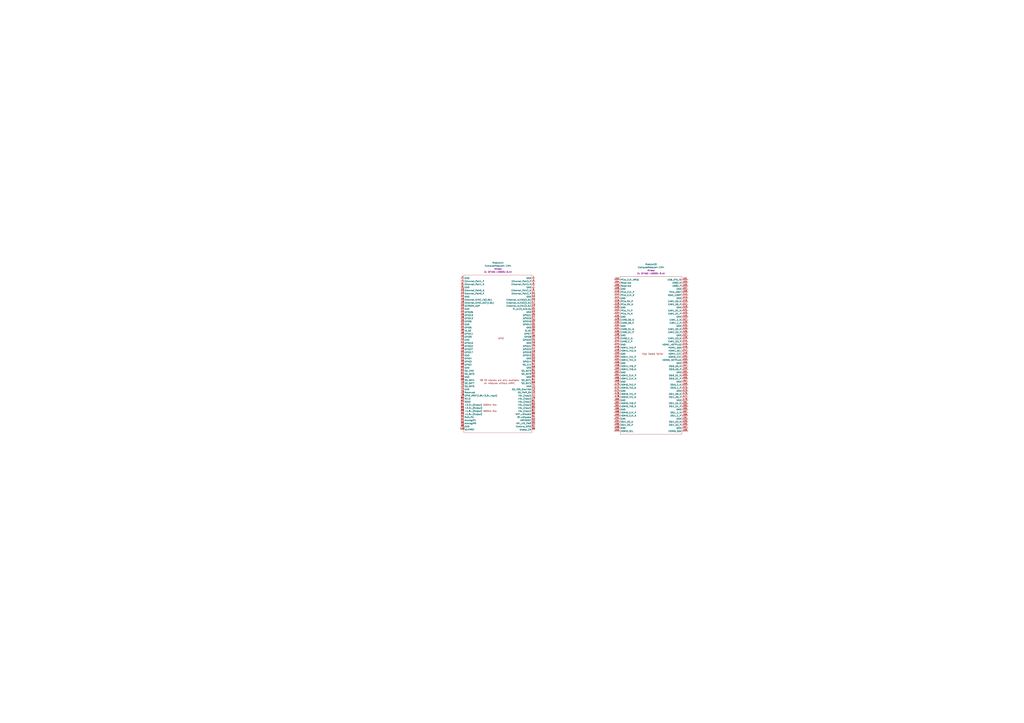
<source format=kicad_sch>
(kicad_sch (version 20230121) (generator eeschema)
  (paper "A1")
  (lib_symbols
    (symbol "CM4IO:ComputeModule4-CM4"
      (property "Reference" "Module" (at 113.03 -68.58 0))
      (property "Value" "ComputeModule4-CM4" (at 140.97 2.54 0))
      (property "Field4" "Hirose" (at 0 0 0))
      (property "Field5" "2x DF40C-100DS-0.4V" (at 0 -2.54 0))
      (symbol "ComputeModule4-CM4_1_0"
        (text "GPIO" (at 0 6.35 0) (effects (font (size 1.27 1.27))))
      )
      (symbol "ComputeModule4-CM4_1_1"
        (rectangle (start -30.48 -71.12) (end 25.4 58.42))
        (text "600mA Max" (at -8.89 -53.34 0) (effects (font (size 1.27 1.27))))
        (text "600mA Max" (at -8.89 -48.26 0) (effects (font (size 1.27 1.27))))
        (text "NB SD signals are only available" (at -1.27 -27.94 0) (effects (font (size 1.27 1.27))))
        (text "on modules without eMMC" (at -1.27 -30.48 0) (effects (font (size 1.27 1.27))))
        (pin power_in line (at 27.94 55.88 180) (length 2.54) (name "GND") (number "1"))
        (pin passive line (at -33.02 45.72 0) (length 2.54) (name "Ethernet_Pair0_N") (number "10"))
        (pin output line (at -33.02 -68.58 0) (length 2.54) (name "nEXTRST") (number "100"))
        (pin passive line (at 27.94 43.18 180) (length 2.54) (name "Ethernet_Pair2_P") (number "11"))
        (pin passive line (at -33.02 43.18 0) (length 2.54) (name "Ethernet_Pair0_P") (number "12"))
        (pin power_in line (at 27.94 40.64 180) (length 2.54) (name "GND") (number "13"))
        (pin power_in line (at -33.02 40.64 0) (length 2.54) (name "GND") (number "14"))
        (pin output line (at 27.94 38.1 180) (length 2.54) (name "Ethernet_nLED3(3.3v)") (number "15"))
        (pin input line (at -33.02 38.1 0) (length 2.54) (name "Ethernet_SYNC_IN(1.8v)") (number "16"))
        (pin output line (at 27.94 35.56 180) (length 2.54) (name "Ethernet_nLED2(3.3v)") (number "17"))
        (pin input line (at -33.02 35.56 0) (length 2.54) (name "Ethernet_SYNC_OUT(1.8v)") (number "18"))
        (pin output line (at 27.94 33.02 180) (length 2.54) (name "Ethernet_nLED1(3.3v)") (number "19"))
        (pin power_in line (at -33.02 55.88 0) (length 2.54) (name "GND") (number "2"))
        (pin passive line (at -33.02 33.02 0) (length 2.54) (name "EEPROM_nWP") (number "20"))
        (pin open_collector line (at 27.94 30.48 180) (length 2.54) (name "PI_nLED_Activity") (number "21"))
        (pin power_in line (at -33.02 30.48 0) (length 2.54) (name "GND") (number "22"))
        (pin power_in line (at 27.94 27.94 180) (length 2.54) (name "GND") (number "23"))
        (pin passive line (at -33.02 27.94 0) (length 2.54) (name "GPIO26") (number "24"))
        (pin passive line (at 27.94 25.4 180) (length 2.54) (name "GPIO21") (number "25"))
        (pin passive line (at -33.02 25.4 0) (length 2.54) (name "GPIO19") (number "26"))
        (pin passive line (at 27.94 22.86 180) (length 2.54) (name "GPIO20") (number "27"))
        (pin passive line (at -33.02 22.86 0) (length 2.54) (name "GPIO13") (number "28"))
        (pin passive line (at 27.94 20.32 180) (length 2.54) (name "GPIO16") (number "29"))
        (pin passive line (at 27.94 53.34 180) (length 2.54) (name "Ethernet_Pair3_P") (number "3"))
        (pin passive line (at -33.02 20.32 0) (length 2.54) (name "GPIO6") (number "30"))
        (pin passive line (at 27.94 17.78 180) (length 2.54) (name "GPIO12") (number "31"))
        (pin power_in line (at -33.02 17.78 0) (length 2.54) (name "GND") (number "32"))
        (pin power_in line (at 27.94 15.24 180) (length 2.54) (name "GND") (number "33"))
        (pin passive line (at -33.02 15.24 0) (length 2.54) (name "GPIO5") (number "34"))
        (pin passive line (at 27.94 12.7 180) (length 2.54) (name "ID_SC") (number "35"))
        (pin passive line (at -33.02 12.7 0) (length 2.54) (name "ID_SD") (number "36"))
        (pin passive line (at 27.94 10.16 180) (length 2.54) (name "GPIO7") (number "37"))
        (pin passive line (at -33.02 10.16 0) (length 2.54) (name "GPIO11") (number "38"))
        (pin passive line (at 27.94 7.62 180) (length 2.54) (name "GPIO8") (number "39"))
        (pin passive line (at -33.02 53.34 0) (length 2.54) (name "Ethernet_Pair1_P") (number "4"))
        (pin passive line (at -33.02 7.62 0) (length 2.54) (name "GPIO9") (number "40"))
        (pin passive line (at 27.94 5.08 180) (length 2.54) (name "GPIO25") (number "41"))
        (pin power_in line (at -33.02 5.08 0) (length 2.54) (name "GND") (number "42"))
        (pin power_in line (at 27.94 2.54 180) (length 2.54) (name "GND") (number "43"))
        (pin passive line (at -33.02 2.54 0) (length 2.54) (name "GPIO10") (number "44"))
        (pin passive line (at 27.94 0 180) (length 2.54) (name "GPIO24") (number "45"))
        (pin passive line (at -33.02 0 0) (length 2.54) (name "GPIO22") (number "46"))
        (pin passive line (at 27.94 -2.54 180) (length 2.54) (name "GPIO23") (number "47"))
        (pin passive line (at -33.02 -2.54 0) (length 2.54) (name "GPIO27") (number "48"))
        (pin passive line (at 27.94 -5.08 180) (length 2.54) (name "GPIO18") (number "49"))
        (pin passive line (at 27.94 50.8 180) (length 2.54) (name "Ethernet_Pair3_N") (number "5"))
        (pin passive line (at -33.02 -5.08 0) (length 2.54) (name "GPIO17") (number "50"))
        (pin passive line (at 27.94 -7.62 180) (length 2.54) (name "GPIO15") (number "51"))
        (pin power_in line (at -33.02 -7.62 0) (length 2.54) (name "GND") (number "52"))
        (pin power_in line (at 27.94 -10.16 180) (length 2.54) (name "GND") (number "53"))
        (pin passive line (at -33.02 -10.16 0) (length 2.54) (name "GPIO4") (number "54"))
        (pin passive line (at 27.94 -12.7 180) (length 2.54) (name "GPIO14") (number "55"))
        (pin passive line (at -33.02 -12.7 0) (length 2.54) (name "GPIO3") (number "56"))
        (pin passive line (at 27.94 -15.24 180) (length 2.54) (name "SD_CLK") (number "57"))
        (pin passive line (at -33.02 -15.24 0) (length 2.54) (name "GPIO2") (number "58"))
        (pin power_in line (at 27.94 -17.78 180) (length 2.54) (name "GND") (number "59"))
        (pin passive line (at -33.02 50.8 0) (length 2.54) (name "Ethernet_Pair1_N") (number "6"))
        (pin power_in line (at -33.02 -17.78 0) (length 2.54) (name "GND") (number "60"))
        (pin passive line (at 27.94 -20.32 180) (length 2.54) (name "SD_DAT3") (number "61"))
        (pin passive line (at -33.02 -20.32 0) (length 2.54) (name "SD_CMD") (number "62"))
        (pin passive line (at 27.94 -22.86 180) (length 2.54) (name "SD_DAT0") (number "63"))
        (pin passive line (at -33.02 -22.86 0) (length 2.54) (name "SD_DAT5") (number "64"))
        (pin power_in line (at 27.94 -25.4 180) (length 2.54) (name "GND") (number "65"))
        (pin power_in line (at -33.02 -25.4 0) (length 2.54) (name "GND") (number "66"))
        (pin passive line (at 27.94 -27.94 180) (length 2.54) (name "SD_DAT1") (number "67"))
        (pin passive line (at -33.02 -27.94 0) (length 2.54) (name "SD_DAT4") (number "68"))
        (pin passive line (at 27.94 -30.48 180) (length 2.54) (name "SD_DAT2") (number "69"))
        (pin power_in line (at 27.94 48.26 180) (length 2.54) (name "GND") (number "7"))
        (pin passive line (at -33.02 -30.48 0) (length 2.54) (name "SD_DAT7") (number "70"))
        (pin power_in line (at 27.94 -33.02 180) (length 2.54) (name "GND") (number "71"))
        (pin passive line (at -33.02 -33.02 0) (length 2.54) (name "SD_DAT6") (number "72"))
        (pin input line (at 27.94 -35.56 180) (length 2.54) (name "SD_VDD_Override") (number "73"))
        (pin power_in line (at -33.02 -35.56 0) (length 2.54) (name "GND") (number "74"))
        (pin output line (at 27.94 -38.1 180) (length 2.54) (name "SD_PWR_ON") (number "75"))
        (pin passive line (at -33.02 -38.1 0) (length 2.54) (name "Reserved") (number "76"))
        (pin power_in line (at 27.94 -40.64 180) (length 2.54) (name "+5v_(Input)") (number "77"))
        (pin power_in line (at -33.02 -40.64 0) (length 2.54) (name "GPIO_VREF(1.8v/3.3v_Input)") (number "78"))
        (pin power_in line (at 27.94 -43.18 180) (length 2.54) (name "+5v_(Input)") (number "79"))
        (pin power_in line (at -33.02 48.26 0) (length 2.54) (name "GND") (number "8"))
        (pin passive line (at -33.02 -43.18 0) (length 2.54) (name "SCL0") (number "80"))
        (pin power_in line (at 27.94 -45.72 180) (length 2.54) (name "+5v_(Input)") (number "81"))
        (pin passive line (at -33.02 -45.72 0) (length 2.54) (name "SDA0") (number "82"))
        (pin power_in line (at 27.94 -48.26 180) (length 2.54) (name "+5v_(Input)") (number "83"))
        (pin power_out line (at -33.02 -48.26 0) (length 2.54) (name "+3.3v_(Output)") (number "84"))
        (pin power_in line (at 27.94 -50.8 180) (length 2.54) (name "+5v_(Input)") (number "85"))
        (pin power_out line (at -33.02 -50.8 0) (length 2.54) (name "+3.3v_(Output)") (number "86"))
        (pin power_in line (at 27.94 -53.34 180) (length 2.54) (name "+5v_(Input)") (number "87"))
        (pin power_out line (at -33.02 -53.34 0) (length 2.54) (name "+1.8v_(Output)") (number "88"))
        (pin power_in line (at 27.94 -55.88 180) (length 2.54) (name "WiFi_nDisable") (number "89"))
        (pin passive line (at 27.94 45.72 180) (length 2.54) (name "Ethernet_Pair2_N") (number "9"))
        (pin power_out line (at -33.02 -55.88 0) (length 2.54) (name "+1.8v_(Output)") (number "90"))
        (pin power_in line (at 27.94 -58.42 180) (length 2.54) (name "BT_nDisable") (number "91"))
        (pin passive line (at -33.02 -58.42 0) (length 2.54) (name "RUN_PG") (number "92"))
        (pin input line (at 27.94 -60.96 180) (length 2.54) (name "nRPIBOOT") (number "93"))
        (pin passive line (at -33.02 -60.96 0) (length 2.54) (name "AnalogIP1") (number "94"))
        (pin output line (at 27.94 -63.5 180) (length 2.54) (name "nPI_LED_PWR") (number "95"))
        (pin passive line (at -33.02 -63.5 0) (length 2.54) (name "AnalogIP0") (number "96"))
        (pin passive line (at 27.94 -66.04 180) (length 2.54) (name "Camera_GPIO") (number "97"))
        (pin power_in line (at -33.02 -66.04 0) (length 2.54) (name "GND") (number "98"))
        (pin input line (at 27.94 -68.58 180) (length 2.54) (name "Global_EN") (number "99"))
      )
      (symbol "ComputeModule4-CM4_2_1"
        (rectangle (start 114.3 -66.04) (end 165.1 63.5))
        (text "High Speed Serial" (at 140.97 0 0) (effects (font (size 1.27 1.27))))
        (pin input line (at 170.18 60.96 180) (length 5.08) (name "USB_OTG_ID") (number "101"))
        (pin input line (at 109.22 60.96 0) (length 5.08) (name "PCIe_CLK_nREQ") (number "102"))
        (pin passive line (at 170.18 58.42 180) (length 5.08) (name "USB2_N") (number "103"))
        (pin passive line (at 109.22 58.42 0) (length 5.08) (name "Reserved") (number "104"))
        (pin passive line (at 170.18 55.88 180) (length 5.08) (name "USB2_P") (number "105"))
        (pin passive line (at 109.22 55.88 0) (length 5.08) (name "Reserved") (number "106"))
        (pin power_in line (at 170.18 53.34 180) (length 5.08) (name "GND") (number "107"))
        (pin power_in line (at 109.22 53.34 0) (length 5.08) (name "GND") (number "108"))
        (pin bidirectional line (at 170.18 50.8 180) (length 5.08) (name "PCIe_nRST") (number "109"))
        (pin output line (at 109.22 50.8 0) (length 5.08) (name "PCIe_CLK_P") (number "110"))
        (pin passive line (at 170.18 48.26 180) (length 5.08) (name "VDAC_COMP") (number "111"))
        (pin output line (at 109.22 48.26 0) (length 5.08) (name "PCIe_CLK_N") (number "112"))
        (pin power_in line (at 170.18 45.72 180) (length 5.08) (name "GND") (number "113"))
        (pin power_in line (at 109.22 45.72 0) (length 5.08) (name "GND") (number "114"))
        (pin input line (at 170.18 43.18 180) (length 5.08) (name "CAM1_D0_N") (number "115"))
        (pin input line (at 109.22 43.18 0) (length 5.08) (name "PCIe_RX_P") (number "116"))
        (pin input line (at 170.18 40.64 180) (length 5.08) (name "CAM1_D0_P") (number "117"))
        (pin input line (at 109.22 40.64 0) (length 5.08) (name "PCIe_RX_N") (number "118"))
        (pin power_in line (at 170.18 38.1 180) (length 5.08) (name "GND") (number "119"))
        (pin power_in line (at 109.22 38.1 0) (length 5.08) (name "GND") (number "120"))
        (pin input line (at 170.18 35.56 180) (length 5.08) (name "CAM1_D1_N") (number "121"))
        (pin output line (at 109.22 35.56 0) (length 5.08) (name "PCIe_TX_P") (number "122"))
        (pin input line (at 170.18 33.02 180) (length 5.08) (name "CAM1_D1_P") (number "123"))
        (pin output line (at 109.22 33.02 0) (length 5.08) (name "PCIe_TX_N") (number "124"))
        (pin power_in line (at 170.18 30.48 180) (length 5.08) (name "GND") (number "125"))
        (pin power_in line (at 109.22 30.48 0) (length 5.08) (name "GND") (number "126"))
        (pin input line (at 170.18 27.94 180) (length 5.08) (name "CAM1_C_N") (number "127"))
        (pin input line (at 109.22 27.94 0) (length 5.08) (name "CAM0_D0_N") (number "128"))
        (pin input line (at 170.18 25.4 180) (length 5.08) (name "CAM1_C_P") (number "129"))
        (pin input line (at 109.22 25.4 0) (length 5.08) (name "CAM0_D0_P") (number "130"))
        (pin power_in line (at 170.18 22.86 180) (length 5.08) (name "GND") (number "131"))
        (pin power_in line (at 109.22 22.86 0) (length 5.08) (name "GND") (number "132"))
        (pin input line (at 170.18 20.32 180) (length 5.08) (name "CAM1_D2_N") (number "133"))
        (pin input line (at 109.22 20.32 0) (length 5.08) (name "CAM0_D1_N") (number "134"))
        (pin input line (at 170.18 17.78 180) (length 5.08) (name "CAM1_D2_P") (number "135"))
        (pin input line (at 109.22 17.78 0) (length 5.08) (name "CAM0_D1_P") (number "136"))
        (pin power_in line (at 170.18 15.24 180) (length 5.08) (name "GND") (number "137"))
        (pin power_in line (at 109.22 15.24 0) (length 5.08) (name "GND") (number "138"))
        (pin input line (at 170.18 12.7 180) (length 5.08) (name "CAM1_D3_N") (number "139"))
        (pin input line (at 109.22 12.7 0) (length 5.08) (name "CAM0_C_N") (number "140"))
        (pin input line (at 170.18 10.16 180) (length 5.08) (name "CAM1_D3_P") (number "141"))
        (pin input line (at 109.22 10.16 0) (length 5.08) (name "CAM0_C_P") (number "142"))
        (pin input line (at 170.18 7.62 180) (length 5.08) (name "HDMI1_HOTPLUG") (number "143"))
        (pin power_in line (at 109.22 7.62 0) (length 5.08) (name "GND") (number "144"))
        (pin bidirectional line (at 170.18 5.08 180) (length 5.08) (name "HDMI1_SDA") (number "145"))
        (pin output line (at 109.22 5.08 0) (length 5.08) (name "HDMI1_TX2_P") (number "146"))
        (pin open_collector line (at 170.18 2.54 180) (length 5.08) (name "HDMI1_SCL") (number "147"))
        (pin output line (at 109.22 2.54 0) (length 5.08) (name "HDMI1_TX2_N") (number "148"))
        (pin open_collector line (at 170.18 0 180) (length 5.08) (name "HDMI1_CEC") (number "149"))
        (pin power_in line (at 109.22 0 0) (length 5.08) (name "GND") (number "150"))
        (pin open_collector line (at 170.18 -2.54 180) (length 5.08) (name "HDMI0_CEC") (number "151"))
        (pin output line (at 109.22 -2.54 0) (length 5.08) (name "HDMI1_TX1_P") (number "152"))
        (pin input line (at 170.18 -5.08 180) (length 5.08) (name "HDMI0_HOTPLUG") (number "153"))
        (pin output line (at 109.22 -5.08 0) (length 5.08) (name "HDMI1_TX1_N") (number "154"))
        (pin power_in line (at 170.18 -7.62 180) (length 5.08) (name "GND") (number "155"))
        (pin power_in line (at 109.22 -7.62 0) (length 5.08) (name "GND") (number "156"))
        (pin output line (at 170.18 -10.16 180) (length 5.08) (name "DSI0_D0_N") (number "157"))
        (pin output line (at 109.22 -10.16 0) (length 5.08) (name "HDMI1_TX0_P") (number "158"))
        (pin output line (at 170.18 -12.7 180) (length 5.08) (name "DSI0_D0_P") (number "159"))
        (pin output line (at 109.22 -12.7 0) (length 5.08) (name "HDMI1_TX0_N") (number "160"))
        (pin power_in line (at 170.18 -15.24 180) (length 5.08) (name "GND") (number "161"))
        (pin power_in line (at 109.22 -15.24 0) (length 5.08) (name "GND") (number "162"))
        (pin output line (at 170.18 -17.78 180) (length 5.08) (name "DSI0_D1_N") (number "163"))
        (pin output line (at 109.22 -17.78 0) (length 5.08) (name "HDMI1_CLK_P") (number "164"))
        (pin output line (at 170.18 -20.32 180) (length 5.08) (name "DSI0_D1_P") (number "165"))
        (pin output line (at 109.22 -20.32 0) (length 5.08) (name "HDMI1_CLK_N") (number "166"))
        (pin power_in line (at 170.18 -22.86 180) (length 5.08) (name "GND") (number "167"))
        (pin power_in line (at 109.22 -22.86 0) (length 5.08) (name "GND") (number "168"))
        (pin output line (at 170.18 -25.4 180) (length 5.08) (name "DSI0_C_N") (number "169"))
        (pin output line (at 109.22 -25.4 0) (length 5.08) (name "HDMI0_TX2_P") (number "170"))
        (pin output line (at 170.18 -27.94 180) (length 5.08) (name "DSI0_C_P") (number "171"))
        (pin output line (at 109.22 -27.94 0) (length 5.08) (name "HDMI0_TX2_N") (number "172"))
        (pin power_in line (at 170.18 -30.48 180) (length 5.08) (name "GND") (number "173"))
        (pin power_in line (at 109.22 -30.48 0) (length 5.08) (name "GND") (number "174"))
        (pin output line (at 170.18 -33.02 180) (length 5.08) (name "DSI1_D0_N") (number "175"))
        (pin output line (at 109.22 -33.02 0) (length 5.08) (name "HDMI0_TX1_P") (number "176"))
        (pin output line (at 170.18 -35.56 180) (length 5.08) (name "DSI1_D0_P") (number "177"))
        (pin output line (at 109.22 -35.56 0) (length 5.08) (name "HDMI0_TX1_N") (number "178"))
        (pin power_in line (at 170.18 -38.1 180) (length 5.08) (name "GND") (number "179"))
        (pin power_in line (at 109.22 -38.1 0) (length 5.08) (name "GND") (number "180"))
        (pin output line (at 170.18 -40.64 180) (length 5.08) (name "DSI1_D1_N") (number "181"))
        (pin output line (at 109.22 -40.64 0) (length 5.08) (name "HDMI0_TX0_P") (number "182"))
        (pin output line (at 170.18 -43.18 180) (length 5.08) (name "DSI1_D1_P") (number "183"))
        (pin output line (at 109.22 -43.18 0) (length 5.08) (name "HDMI0_TX0_N") (number "184"))
        (pin power_in line (at 170.18 -45.72 180) (length 5.08) (name "GND") (number "185"))
        (pin power_in line (at 109.22 -45.72 0) (length 5.08) (name "GND") (number "186"))
        (pin output line (at 170.18 -48.26 180) (length 5.08) (name "DSI1_C_N") (number "187"))
        (pin output line (at 109.22 -48.26 0) (length 5.08) (name "HDMI0_CLK_P") (number "188"))
        (pin output line (at 170.18 -50.8 180) (length 5.08) (name "DSI1_C_P") (number "189"))
        (pin output line (at 109.22 -50.8 0) (length 5.08) (name "HDMI0_CLK_N") (number "190"))
        (pin power_in line (at 170.18 -53.34 180) (length 5.08) (name "GND") (number "191"))
        (pin power_in line (at 109.22 -53.34 0) (length 5.08) (name "GND") (number "192"))
        (pin output line (at 170.18 -55.88 180) (length 5.08) (name "DSI1_D2_N") (number "193"))
        (pin output line (at 109.22 -55.88 0) (length 5.08) (name "DSI1_D3_N") (number "194"))
        (pin output line (at 170.18 -58.42 180) (length 5.08) (name "DSI1_D2_P") (number "195"))
        (pin output line (at 109.22 -58.42 0) (length 5.08) (name "DSI1_D3_P") (number "196"))
        (pin power_in line (at 170.18 -60.96 180) (length 5.08) (name "GND") (number "197"))
        (pin power_in line (at 109.22 -60.96 0) (length 5.08) (name "GND") (number "198"))
        (pin bidirectional line (at 170.18 -63.5 180) (length 5.08) (name "HDMI0_SDA") (number "199"))
        (pin open_collector line (at 109.22 -63.5 0) (length 5.08) (name "HDMI0_SCL") (number "200"))
      )
    )
  )
  (symbol (lib_id "CM4IO:ComputeModule4-CM4") (at 394.97 290.83 0) (unit 2)
    (property "Reference" "Module1" (at 534.67 217.17 0))
    (property "Value" "ComputeModule4-CM4" (at 534.67 219.71 0))
    (property "Footprint" "CM4IO:Raspberry-Pi-4-Compute-Module" (effects hide))
    (property "Field4" "Hirose" (at 534.67 222.25 0))
    (property "Field5" "2x DF40C-100DS-0.4V" (at 534.67 224.79 0))
  )
  (symbol (lib_id "CM4IO:ComputeModule4-CM4") (at 411.48 284.48 0) (unit 1)
    (property "Reference" "Module1" (at 408.94 215.9 0))
    (property "Value" "ComputeModule4-CM4" (at 408.94 218.44 0))
    (property "Footprint" "CM4IO:Raspberry-Pi-4-Compute-Module" (effects hide))
    (property "Field4" "Hirose" (at 408.94 220.98 0))
    (property "Field5" "2x DF40C-100DS-0.4V" (at 408.94 223.52 0))
  )
)
</source>
